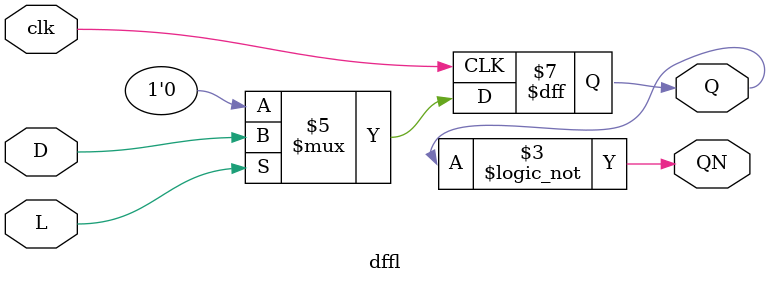
<source format=v>
module dffl(D,clk,L,Q,QN);
input D;      
input clk;   
input L;      
output reg Q;     
output reg QN; 

always @(posedge clk) 

begin
	if (L == 1'b0) begin // sync. reset active low
            Q <= 1'b0;
	end 
	else begin
            Q <= D; 
        end
end 

assign QN = !Q;

endmodule 

</source>
